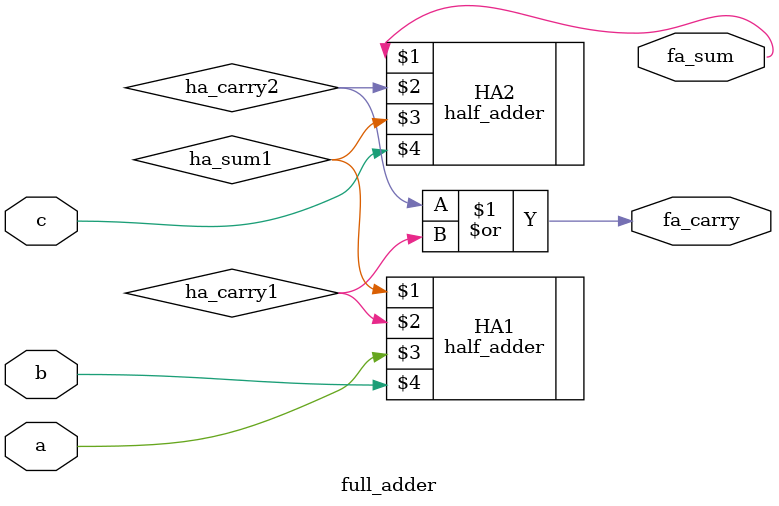
<source format=v>
`timescale 1ns / 1ps


module full_adder(fa_sum, fa_carry, a, b, c);
    input a, b, c;
    output fa_sum, fa_carry;

    wire ha_sum1, ha_carry1, ha_carry2;
    half_adder HA1(ha_sum1, ha_carry1, a, b);
    half_adder HA2(fa_sum, ha_carry2, ha_sum1, c);
    or or1(fa_carry, ha_carry2, ha_carry1);
endmodule

</source>
